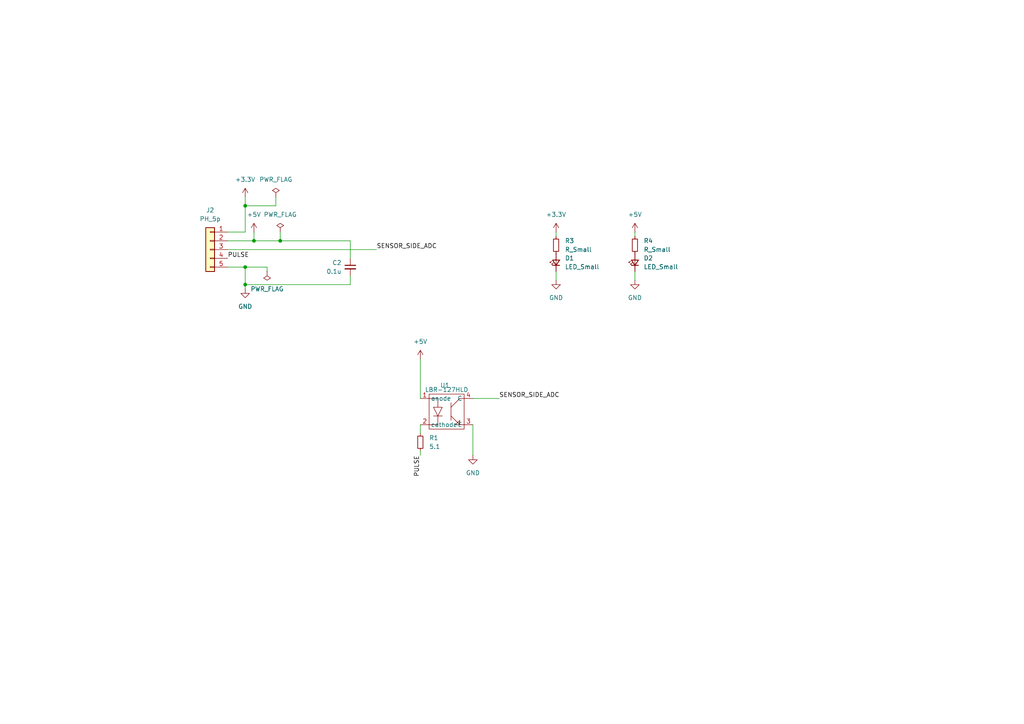
<source format=kicad_sch>
(kicad_sch
	(version 20231120)
	(generator "eeschema")
	(generator_version "8.0")
	(uuid "a42dd4c6-b236-415a-8b71-3f8e0cd98396")
	(paper "A4")
	(lib_symbols
		(symbol "Connector_Generic:Conn_01x05"
			(pin_names
				(offset 1.016) hide)
			(exclude_from_sim no)
			(in_bom yes)
			(on_board yes)
			(property "Reference" "J"
				(at 0 7.62 0)
				(effects
					(font
						(size 1.27 1.27)
					)
				)
			)
			(property "Value" "Conn_01x05"
				(at 0 -7.62 0)
				(effects
					(font
						(size 1.27 1.27)
					)
				)
			)
			(property "Footprint" ""
				(at 0 0 0)
				(effects
					(font
						(size 1.27 1.27)
					)
					(hide yes)
				)
			)
			(property "Datasheet" "~"
				(at 0 0 0)
				(effects
					(font
						(size 1.27 1.27)
					)
					(hide yes)
				)
			)
			(property "Description" "Generic connector, single row, 01x05, script generated (kicad-library-utils/schlib/autogen/connector/)"
				(at 0 0 0)
				(effects
					(font
						(size 1.27 1.27)
					)
					(hide yes)
				)
			)
			(property "ki_keywords" "connector"
				(at 0 0 0)
				(effects
					(font
						(size 1.27 1.27)
					)
					(hide yes)
				)
			)
			(property "ki_fp_filters" "Connector*:*_1x??_*"
				(at 0 0 0)
				(effects
					(font
						(size 1.27 1.27)
					)
					(hide yes)
				)
			)
			(symbol "Conn_01x05_1_1"
				(rectangle
					(start -1.27 -4.953)
					(end 0 -5.207)
					(stroke
						(width 0.1524)
						(type default)
					)
					(fill
						(type none)
					)
				)
				(rectangle
					(start -1.27 -2.413)
					(end 0 -2.667)
					(stroke
						(width 0.1524)
						(type default)
					)
					(fill
						(type none)
					)
				)
				(rectangle
					(start -1.27 0.127)
					(end 0 -0.127)
					(stroke
						(width 0.1524)
						(type default)
					)
					(fill
						(type none)
					)
				)
				(rectangle
					(start -1.27 2.667)
					(end 0 2.413)
					(stroke
						(width 0.1524)
						(type default)
					)
					(fill
						(type none)
					)
				)
				(rectangle
					(start -1.27 5.207)
					(end 0 4.953)
					(stroke
						(width 0.1524)
						(type default)
					)
					(fill
						(type none)
					)
				)
				(rectangle
					(start -1.27 6.35)
					(end 1.27 -6.35)
					(stroke
						(width 0.254)
						(type default)
					)
					(fill
						(type background)
					)
				)
				(pin passive line
					(at -5.08 5.08 0)
					(length 3.81)
					(name "Pin_1"
						(effects
							(font
								(size 1.27 1.27)
							)
						)
					)
					(number "1"
						(effects
							(font
								(size 1.27 1.27)
							)
						)
					)
				)
				(pin passive line
					(at -5.08 2.54 0)
					(length 3.81)
					(name "Pin_2"
						(effects
							(font
								(size 1.27 1.27)
							)
						)
					)
					(number "2"
						(effects
							(font
								(size 1.27 1.27)
							)
						)
					)
				)
				(pin passive line
					(at -5.08 0 0)
					(length 3.81)
					(name "Pin_3"
						(effects
							(font
								(size 1.27 1.27)
							)
						)
					)
					(number "3"
						(effects
							(font
								(size 1.27 1.27)
							)
						)
					)
				)
				(pin passive line
					(at -5.08 -2.54 0)
					(length 3.81)
					(name "Pin_4"
						(effects
							(font
								(size 1.27 1.27)
							)
						)
					)
					(number "4"
						(effects
							(font
								(size 1.27 1.27)
							)
						)
					)
				)
				(pin passive line
					(at -5.08 -5.08 0)
					(length 3.81)
					(name "Pin_5"
						(effects
							(font
								(size 1.27 1.27)
							)
						)
					)
					(number "5"
						(effects
							(font
								(size 1.27 1.27)
							)
						)
					)
				)
			)
		)
		(symbol "Device:C_Small"
			(pin_numbers hide)
			(pin_names
				(offset 0.254) hide)
			(exclude_from_sim no)
			(in_bom yes)
			(on_board yes)
			(property "Reference" "C"
				(at 0.254 1.778 0)
				(effects
					(font
						(size 1.27 1.27)
					)
					(justify left)
				)
			)
			(property "Value" "C_Small"
				(at 0.254 -2.032 0)
				(effects
					(font
						(size 1.27 1.27)
					)
					(justify left)
				)
			)
			(property "Footprint" ""
				(at 0 0 0)
				(effects
					(font
						(size 1.27 1.27)
					)
					(hide yes)
				)
			)
			(property "Datasheet" "~"
				(at 0 0 0)
				(effects
					(font
						(size 1.27 1.27)
					)
					(hide yes)
				)
			)
			(property "Description" "Unpolarized capacitor, small symbol"
				(at 0 0 0)
				(effects
					(font
						(size 1.27 1.27)
					)
					(hide yes)
				)
			)
			(property "ki_keywords" "capacitor cap"
				(at 0 0 0)
				(effects
					(font
						(size 1.27 1.27)
					)
					(hide yes)
				)
			)
			(property "ki_fp_filters" "C_*"
				(at 0 0 0)
				(effects
					(font
						(size 1.27 1.27)
					)
					(hide yes)
				)
			)
			(symbol "C_Small_0_1"
				(polyline
					(pts
						(xy -1.524 -0.508) (xy 1.524 -0.508)
					)
					(stroke
						(width 0.3302)
						(type default)
					)
					(fill
						(type none)
					)
				)
				(polyline
					(pts
						(xy -1.524 0.508) (xy 1.524 0.508)
					)
					(stroke
						(width 0.3048)
						(type default)
					)
					(fill
						(type none)
					)
				)
			)
			(symbol "C_Small_1_1"
				(pin passive line
					(at 0 2.54 270)
					(length 2.032)
					(name "~"
						(effects
							(font
								(size 1.27 1.27)
							)
						)
					)
					(number "1"
						(effects
							(font
								(size 1.27 1.27)
							)
						)
					)
				)
				(pin passive line
					(at 0 -2.54 90)
					(length 2.032)
					(name "~"
						(effects
							(font
								(size 1.27 1.27)
							)
						)
					)
					(number "2"
						(effects
							(font
								(size 1.27 1.27)
							)
						)
					)
				)
			)
		)
		(symbol "Device:LED_Small"
			(pin_numbers hide)
			(pin_names
				(offset 0.254) hide)
			(exclude_from_sim no)
			(in_bom yes)
			(on_board yes)
			(property "Reference" "D"
				(at -1.27 3.175 0)
				(effects
					(font
						(size 1.27 1.27)
					)
					(justify left)
				)
			)
			(property "Value" "LED_Small"
				(at -4.445 -2.54 0)
				(effects
					(font
						(size 1.27 1.27)
					)
					(justify left)
				)
			)
			(property "Footprint" ""
				(at 0 0 90)
				(effects
					(font
						(size 1.27 1.27)
					)
					(hide yes)
				)
			)
			(property "Datasheet" "~"
				(at 0 0 90)
				(effects
					(font
						(size 1.27 1.27)
					)
					(hide yes)
				)
			)
			(property "Description" "Light emitting diode, small symbol"
				(at 0 0 0)
				(effects
					(font
						(size 1.27 1.27)
					)
					(hide yes)
				)
			)
			(property "ki_keywords" "LED diode light-emitting-diode"
				(at 0 0 0)
				(effects
					(font
						(size 1.27 1.27)
					)
					(hide yes)
				)
			)
			(property "ki_fp_filters" "LED* LED_SMD:* LED_THT:*"
				(at 0 0 0)
				(effects
					(font
						(size 1.27 1.27)
					)
					(hide yes)
				)
			)
			(symbol "LED_Small_0_1"
				(polyline
					(pts
						(xy -0.762 -1.016) (xy -0.762 1.016)
					)
					(stroke
						(width 0.254)
						(type default)
					)
					(fill
						(type none)
					)
				)
				(polyline
					(pts
						(xy 1.016 0) (xy -0.762 0)
					)
					(stroke
						(width 0)
						(type default)
					)
					(fill
						(type none)
					)
				)
				(polyline
					(pts
						(xy 0.762 -1.016) (xy -0.762 0) (xy 0.762 1.016) (xy 0.762 -1.016)
					)
					(stroke
						(width 0.254)
						(type default)
					)
					(fill
						(type none)
					)
				)
				(polyline
					(pts
						(xy 0 0.762) (xy -0.508 1.27) (xy -0.254 1.27) (xy -0.508 1.27) (xy -0.508 1.016)
					)
					(stroke
						(width 0)
						(type default)
					)
					(fill
						(type none)
					)
				)
				(polyline
					(pts
						(xy 0.508 1.27) (xy 0 1.778) (xy 0.254 1.778) (xy 0 1.778) (xy 0 1.524)
					)
					(stroke
						(width 0)
						(type default)
					)
					(fill
						(type none)
					)
				)
			)
			(symbol "LED_Small_1_1"
				(pin passive line
					(at -2.54 0 0)
					(length 1.778)
					(name "K"
						(effects
							(font
								(size 1.27 1.27)
							)
						)
					)
					(number "1"
						(effects
							(font
								(size 1.27 1.27)
							)
						)
					)
				)
				(pin passive line
					(at 2.54 0 180)
					(length 1.778)
					(name "A"
						(effects
							(font
								(size 1.27 1.27)
							)
						)
					)
					(number "2"
						(effects
							(font
								(size 1.27 1.27)
							)
						)
					)
				)
			)
		)
		(symbol "Device:R_Small"
			(pin_numbers hide)
			(pin_names
				(offset 0.254) hide)
			(exclude_from_sim no)
			(in_bom yes)
			(on_board yes)
			(property "Reference" "R"
				(at 0.762 0.508 0)
				(effects
					(font
						(size 1.27 1.27)
					)
					(justify left)
				)
			)
			(property "Value" "R_Small"
				(at 0.762 -1.016 0)
				(effects
					(font
						(size 1.27 1.27)
					)
					(justify left)
				)
			)
			(property "Footprint" ""
				(at 0 0 0)
				(effects
					(font
						(size 1.27 1.27)
					)
					(hide yes)
				)
			)
			(property "Datasheet" "~"
				(at 0 0 0)
				(effects
					(font
						(size 1.27 1.27)
					)
					(hide yes)
				)
			)
			(property "Description" "Resistor, small symbol"
				(at 0 0 0)
				(effects
					(font
						(size 1.27 1.27)
					)
					(hide yes)
				)
			)
			(property "ki_keywords" "R resistor"
				(at 0 0 0)
				(effects
					(font
						(size 1.27 1.27)
					)
					(hide yes)
				)
			)
			(property "ki_fp_filters" "R_*"
				(at 0 0 0)
				(effects
					(font
						(size 1.27 1.27)
					)
					(hide yes)
				)
			)
			(symbol "R_Small_0_1"
				(rectangle
					(start -0.762 1.778)
					(end 0.762 -1.778)
					(stroke
						(width 0.2032)
						(type default)
					)
					(fill
						(type none)
					)
				)
			)
			(symbol "R_Small_1_1"
				(pin passive line
					(at 0 2.54 270)
					(length 0.762)
					(name "~"
						(effects
							(font
								(size 1.27 1.27)
							)
						)
					)
					(number "1"
						(effects
							(font
								(size 1.27 1.27)
							)
						)
					)
				)
				(pin passive line
					(at 0 -2.54 90)
					(length 0.762)
					(name "~"
						(effects
							(font
								(size 1.27 1.27)
							)
						)
					)
					(number "2"
						(effects
							(font
								(size 1.27 1.27)
							)
						)
					)
				)
			)
		)
		(symbol "LBR-127HLD_5"
			(exclude_from_sim no)
			(in_bom yes)
			(on_board yes)
			(property "Reference" "U"
				(at 0 7.874 0)
				(effects
					(font
						(size 1.27 1.27)
					)
				)
			)
			(property "Value" "LBR-127HLD"
				(at -0.254 6.096 0)
				(effects
					(font
						(size 1.27 1.27)
					)
				)
			)
			(property "Footprint" ""
				(at -1.27 0 0)
				(effects
					(font
						(size 1.27 1.27)
					)
					(hide yes)
				)
			)
			(property "Datasheet" ""
				(at -1.27 0 0)
				(effects
					(font
						(size 1.27 1.27)
					)
					(hide yes)
				)
			)
			(property "Description" ""
				(at -1.27 0 0)
				(effects
					(font
						(size 1.27 1.27)
					)
					(hide yes)
				)
			)
			(symbol "LBR-127HLD_5_0_1"
				(rectangle
					(start -5.08 5.08)
					(end 5.08 -5.08)
					(stroke
						(width 0)
						(type default)
					)
					(fill
						(type none)
					)
				)
				(polyline
					(pts
						(xy -3.81 -1.27) (xy -1.27 -1.27)
					)
					(stroke
						(width 0)
						(type default)
					)
					(fill
						(type none)
					)
				)
				(polyline
					(pts
						(xy 1.27 -1.27) (xy 3.81 -3.81)
					)
					(stroke
						(width 0)
						(type default)
					)
					(fill
						(type none)
					)
				)
				(polyline
					(pts
						(xy 1.27 1.27) (xy 3.81 3.81)
					)
					(stroke
						(width 0)
						(type default)
					)
					(fill
						(type none)
					)
				)
				(polyline
					(pts
						(xy 1.27 2.54) (xy 1.27 -2.54)
					)
					(stroke
						(width 0)
						(type default)
					)
					(fill
						(type none)
					)
				)
				(polyline
					(pts
						(xy 3.81 -3.81) (xy 5.08 -3.81)
					)
					(stroke
						(width 0)
						(type default)
					)
					(fill
						(type none)
					)
				)
				(polyline
					(pts
						(xy 3.81 3.81) (xy 5.08 3.81)
					)
					(stroke
						(width 0)
						(type default)
					)
					(fill
						(type none)
					)
				)
				(polyline
					(pts
						(xy -2.54 -1.27) (xy -2.54 -3.81) (xy -5.08 -3.81)
					)
					(stroke
						(width 0)
						(type default)
					)
					(fill
						(type none)
					)
				)
				(polyline
					(pts
						(xy -2.54 1.27) (xy -2.54 3.81) (xy -5.08 3.81)
					)
					(stroke
						(width 0)
						(type default)
					)
					(fill
						(type none)
					)
				)
				(polyline
					(pts
						(xy 3.81 -3.81) (xy 3.81 -2.54) (xy 2.54 -3.81) (xy 3.81 -3.81)
					)
					(stroke
						(width 0)
						(type default)
					)
					(fill
						(type none)
					)
				)
				(polyline
					(pts
						(xy -3.81 1.27) (xy -2.54 1.27) (xy -1.27 1.27) (xy -2.54 -1.27) (xy -3.81 1.27)
					)
					(stroke
						(width 0)
						(type default)
					)
					(fill
						(type none)
					)
				)
			)
			(symbol "LBR-127HLD_5_1_1"
				(pin passive line
					(at -7.62 3.81 0)
					(length 2.54)
					(name "anode"
						(effects
							(font
								(size 1.27 1.27)
							)
						)
					)
					(number "1"
						(effects
							(font
								(size 1.27 1.27)
							)
						)
					)
				)
				(pin passive line
					(at -7.62 -3.81 0)
					(length 2.54)
					(name "cathode"
						(effects
							(font
								(size 1.27 1.27)
							)
						)
					)
					(number "2"
						(effects
							(font
								(size 1.27 1.27)
							)
						)
					)
				)
				(pin passive line
					(at 7.62 -3.81 180)
					(length 2.54)
					(name "E"
						(effects
							(font
								(size 1.27 1.27)
							)
						)
					)
					(number "3"
						(effects
							(font
								(size 1.27 1.27)
							)
						)
					)
				)
				(pin passive line
					(at 7.62 3.81 180)
					(length 2.54)
					(name "C"
						(effects
							(font
								(size 1.27 1.27)
							)
						)
					)
					(number "4"
						(effects
							(font
								(size 1.27 1.27)
							)
						)
					)
				)
			)
		)
		(symbol "power:+3.3V"
			(power)
			(pin_numbers hide)
			(pin_names
				(offset 0) hide)
			(exclude_from_sim no)
			(in_bom yes)
			(on_board yes)
			(property "Reference" "#PWR"
				(at 0 -3.81 0)
				(effects
					(font
						(size 1.27 1.27)
					)
					(hide yes)
				)
			)
			(property "Value" "+3.3V"
				(at 0 3.556 0)
				(effects
					(font
						(size 1.27 1.27)
					)
				)
			)
			(property "Footprint" ""
				(at 0 0 0)
				(effects
					(font
						(size 1.27 1.27)
					)
					(hide yes)
				)
			)
			(property "Datasheet" ""
				(at 0 0 0)
				(effects
					(font
						(size 1.27 1.27)
					)
					(hide yes)
				)
			)
			(property "Description" "Power symbol creates a global label with name \"+3.3V\""
				(at 0 0 0)
				(effects
					(font
						(size 1.27 1.27)
					)
					(hide yes)
				)
			)
			(property "ki_keywords" "global power"
				(at 0 0 0)
				(effects
					(font
						(size 1.27 1.27)
					)
					(hide yes)
				)
			)
			(symbol "+3.3V_0_1"
				(polyline
					(pts
						(xy -0.762 1.27) (xy 0 2.54)
					)
					(stroke
						(width 0)
						(type default)
					)
					(fill
						(type none)
					)
				)
				(polyline
					(pts
						(xy 0 0) (xy 0 2.54)
					)
					(stroke
						(width 0)
						(type default)
					)
					(fill
						(type none)
					)
				)
				(polyline
					(pts
						(xy 0 2.54) (xy 0.762 1.27)
					)
					(stroke
						(width 0)
						(type default)
					)
					(fill
						(type none)
					)
				)
			)
			(symbol "+3.3V_1_1"
				(pin power_in line
					(at 0 0 90)
					(length 0)
					(name "~"
						(effects
							(font
								(size 1.27 1.27)
							)
						)
					)
					(number "1"
						(effects
							(font
								(size 1.27 1.27)
							)
						)
					)
				)
			)
		)
		(symbol "power:+5V"
			(power)
			(pin_numbers hide)
			(pin_names
				(offset 0) hide)
			(exclude_from_sim no)
			(in_bom yes)
			(on_board yes)
			(property "Reference" "#PWR"
				(at 0 -3.81 0)
				(effects
					(font
						(size 1.27 1.27)
					)
					(hide yes)
				)
			)
			(property "Value" "+5V"
				(at 0 3.556 0)
				(effects
					(font
						(size 1.27 1.27)
					)
				)
			)
			(property "Footprint" ""
				(at 0 0 0)
				(effects
					(font
						(size 1.27 1.27)
					)
					(hide yes)
				)
			)
			(property "Datasheet" ""
				(at 0 0 0)
				(effects
					(font
						(size 1.27 1.27)
					)
					(hide yes)
				)
			)
			(property "Description" "Power symbol creates a global label with name \"+5V\""
				(at 0 0 0)
				(effects
					(font
						(size 1.27 1.27)
					)
					(hide yes)
				)
			)
			(property "ki_keywords" "global power"
				(at 0 0 0)
				(effects
					(font
						(size 1.27 1.27)
					)
					(hide yes)
				)
			)
			(symbol "+5V_0_1"
				(polyline
					(pts
						(xy -0.762 1.27) (xy 0 2.54)
					)
					(stroke
						(width 0)
						(type default)
					)
					(fill
						(type none)
					)
				)
				(polyline
					(pts
						(xy 0 0) (xy 0 2.54)
					)
					(stroke
						(width 0)
						(type default)
					)
					(fill
						(type none)
					)
				)
				(polyline
					(pts
						(xy 0 2.54) (xy 0.762 1.27)
					)
					(stroke
						(width 0)
						(type default)
					)
					(fill
						(type none)
					)
				)
			)
			(symbol "+5V_1_1"
				(pin power_in line
					(at 0 0 90)
					(length 0)
					(name "~"
						(effects
							(font
								(size 1.27 1.27)
							)
						)
					)
					(number "1"
						(effects
							(font
								(size 1.27 1.27)
							)
						)
					)
				)
			)
		)
		(symbol "power:GND"
			(power)
			(pin_numbers hide)
			(pin_names
				(offset 0) hide)
			(exclude_from_sim no)
			(in_bom yes)
			(on_board yes)
			(property "Reference" "#PWR"
				(at 0 -6.35 0)
				(effects
					(font
						(size 1.27 1.27)
					)
					(hide yes)
				)
			)
			(property "Value" "GND"
				(at 0 -3.81 0)
				(effects
					(font
						(size 1.27 1.27)
					)
				)
			)
			(property "Footprint" ""
				(at 0 0 0)
				(effects
					(font
						(size 1.27 1.27)
					)
					(hide yes)
				)
			)
			(property "Datasheet" ""
				(at 0 0 0)
				(effects
					(font
						(size 1.27 1.27)
					)
					(hide yes)
				)
			)
			(property "Description" "Power symbol creates a global label with name \"GND\" , ground"
				(at 0 0 0)
				(effects
					(font
						(size 1.27 1.27)
					)
					(hide yes)
				)
			)
			(property "ki_keywords" "global power"
				(at 0 0 0)
				(effects
					(font
						(size 1.27 1.27)
					)
					(hide yes)
				)
			)
			(symbol "GND_0_1"
				(polyline
					(pts
						(xy 0 0) (xy 0 -1.27) (xy 1.27 -1.27) (xy 0 -2.54) (xy -1.27 -1.27) (xy 0 -1.27)
					)
					(stroke
						(width 0)
						(type default)
					)
					(fill
						(type none)
					)
				)
			)
			(symbol "GND_1_1"
				(pin power_in line
					(at 0 0 270)
					(length 0)
					(name "~"
						(effects
							(font
								(size 1.27 1.27)
							)
						)
					)
					(number "1"
						(effects
							(font
								(size 1.27 1.27)
							)
						)
					)
				)
			)
		)
		(symbol "power:PWR_FLAG"
			(power)
			(pin_numbers hide)
			(pin_names
				(offset 0) hide)
			(exclude_from_sim no)
			(in_bom yes)
			(on_board yes)
			(property "Reference" "#FLG"
				(at 0 1.905 0)
				(effects
					(font
						(size 1.27 1.27)
					)
					(hide yes)
				)
			)
			(property "Value" "PWR_FLAG"
				(at 0 3.81 0)
				(effects
					(font
						(size 1.27 1.27)
					)
				)
			)
			(property "Footprint" ""
				(at 0 0 0)
				(effects
					(font
						(size 1.27 1.27)
					)
					(hide yes)
				)
			)
			(property "Datasheet" "~"
				(at 0 0 0)
				(effects
					(font
						(size 1.27 1.27)
					)
					(hide yes)
				)
			)
			(property "Description" "Special symbol for telling ERC where power comes from"
				(at 0 0 0)
				(effects
					(font
						(size 1.27 1.27)
					)
					(hide yes)
				)
			)
			(property "ki_keywords" "flag power"
				(at 0 0 0)
				(effects
					(font
						(size 1.27 1.27)
					)
					(hide yes)
				)
			)
			(symbol "PWR_FLAG_0_0"
				(pin power_out line
					(at 0 0 90)
					(length 0)
					(name "~"
						(effects
							(font
								(size 1.27 1.27)
							)
						)
					)
					(number "1"
						(effects
							(font
								(size 1.27 1.27)
							)
						)
					)
				)
			)
			(symbol "PWR_FLAG_0_1"
				(polyline
					(pts
						(xy 0 0) (xy 0 1.27) (xy -1.016 1.905) (xy 0 2.54) (xy 1.016 1.905) (xy 0 1.27)
					)
					(stroke
						(width 0)
						(type default)
					)
					(fill
						(type none)
					)
				)
			)
		)
	)
	(junction
		(at 71.12 82.55)
		(diameter 0)
		(color 0 0 0 0)
		(uuid "88c5792d-224b-4405-a197-0265df017939")
	)
	(junction
		(at 71.12 59.69)
		(diameter 0)
		(color 0 0 0 0)
		(uuid "95101dbc-bc38-4c85-b485-68c29cefc109")
	)
	(junction
		(at 73.66 69.85)
		(diameter 0)
		(color 0 0 0 0)
		(uuid "a06eafbb-3cbf-49ec-9431-b02773d39c1d")
	)
	(junction
		(at 81.28 69.85)
		(diameter 0)
		(color 0 0 0 0)
		(uuid "b5ede566-f9c0-48f6-9376-84a7c59158b4")
	)
	(junction
		(at 71.12 77.47)
		(diameter 0)
		(color 0 0 0 0)
		(uuid "ca004551-8e83-4715-82be-4a6c32819abf")
	)
	(wire
		(pts
			(xy 66.04 69.85) (xy 73.66 69.85)
		)
		(stroke
			(width 0)
			(type default)
		)
		(uuid "033d16cf-0408-4245-80a8-92af8e3901f6")
	)
	(wire
		(pts
			(xy 71.12 59.69) (xy 71.12 67.31)
		)
		(stroke
			(width 0)
			(type default)
		)
		(uuid "05b4d68e-c2fb-48b9-b619-fb1434462919")
	)
	(wire
		(pts
			(xy 66.04 77.47) (xy 71.12 77.47)
		)
		(stroke
			(width 0)
			(type default)
		)
		(uuid "0bcbd44d-8f03-4897-ad1f-f984500f3653")
	)
	(wire
		(pts
			(xy 71.12 57.15) (xy 71.12 59.69)
		)
		(stroke
			(width 0)
			(type default)
		)
		(uuid "0f115afd-d4e9-4354-b879-c6c57c2f78aa")
	)
	(wire
		(pts
			(xy 71.12 67.31) (xy 66.04 67.31)
		)
		(stroke
			(width 0)
			(type default)
		)
		(uuid "1b32fd76-d9d5-4973-beb9-d41ec43208bd")
	)
	(wire
		(pts
			(xy 73.66 67.31) (xy 73.66 69.85)
		)
		(stroke
			(width 0)
			(type default)
		)
		(uuid "23bfe76d-ef22-43ed-9fe1-bc44bc5f11d2")
	)
	(wire
		(pts
			(xy 101.6 80.01) (xy 101.6 82.55)
		)
		(stroke
			(width 0)
			(type default)
		)
		(uuid "250eedd3-a888-4e39-bdef-d7d511cff378")
	)
	(wire
		(pts
			(xy 77.47 78.74) (xy 77.47 77.47)
		)
		(stroke
			(width 0)
			(type default)
		)
		(uuid "295cb71c-21fb-4000-b57e-a8d9aea73188")
	)
	(wire
		(pts
			(xy 71.12 82.55) (xy 71.12 83.82)
		)
		(stroke
			(width 0)
			(type default)
		)
		(uuid "347cd103-8d27-4ae1-beea-f0a94d145852")
	)
	(wire
		(pts
			(xy 80.01 57.15) (xy 80.01 59.69)
		)
		(stroke
			(width 0)
			(type default)
		)
		(uuid "3f3ff37e-9dbe-4e2b-9e06-f196e0cb24b4")
	)
	(wire
		(pts
			(xy 161.29 78.74) (xy 161.29 81.28)
		)
		(stroke
			(width 0)
			(type default)
		)
		(uuid "41c3562b-825d-4b51-a9d2-7e9f95c440f6")
	)
	(wire
		(pts
			(xy 80.01 59.69) (xy 71.12 59.69)
		)
		(stroke
			(width 0)
			(type default)
		)
		(uuid "4561011b-a1d1-4a72-b706-73fcd0ca3439")
	)
	(wire
		(pts
			(xy 121.92 132.08) (xy 121.92 130.81)
		)
		(stroke
			(width 0)
			(type default)
		)
		(uuid "47ce9fde-4fbe-40d3-abff-e6b3c322a60c")
	)
	(wire
		(pts
			(xy 101.6 74.93) (xy 101.6 69.85)
		)
		(stroke
			(width 0)
			(type default)
		)
		(uuid "48aaa484-2be2-490c-99dc-50359166ee0e")
	)
	(wire
		(pts
			(xy 71.12 82.55) (xy 101.6 82.55)
		)
		(stroke
			(width 0)
			(type default)
		)
		(uuid "661d46e8-37e7-4cc3-be30-7c4c88f61c9a")
	)
	(wire
		(pts
			(xy 101.6 69.85) (xy 81.28 69.85)
		)
		(stroke
			(width 0)
			(type default)
		)
		(uuid "662341f1-ef55-46a0-a24d-7b95a7ad339f")
	)
	(wire
		(pts
			(xy 71.12 77.47) (xy 71.12 82.55)
		)
		(stroke
			(width 0)
			(type default)
		)
		(uuid "66b3c377-e06c-4681-9b80-89753985ddcc")
	)
	(wire
		(pts
			(xy 184.15 78.74) (xy 184.15 81.28)
		)
		(stroke
			(width 0)
			(type default)
		)
		(uuid "69a1e03e-c792-4626-961c-4adf928e503e")
	)
	(wire
		(pts
			(xy 161.29 67.31) (xy 161.29 68.58)
		)
		(stroke
			(width 0)
			(type default)
		)
		(uuid "69a736a4-a60c-44b6-bcf5-bb01be81dca4")
	)
	(wire
		(pts
			(xy 121.92 123.19) (xy 121.92 125.73)
		)
		(stroke
			(width 0)
			(type default)
		)
		(uuid "758cde2e-512c-446a-93df-6339a79dd9e0")
	)
	(wire
		(pts
			(xy 137.16 123.19) (xy 137.16 132.08)
		)
		(stroke
			(width 0)
			(type default)
		)
		(uuid "7bdd51ae-61b8-484f-b93b-2bb4c3d28c91")
	)
	(wire
		(pts
			(xy 66.04 72.39) (xy 109.22 72.39)
		)
		(stroke
			(width 0)
			(type default)
		)
		(uuid "a2900a0b-e067-4fd2-a7c6-00ba50299f1c")
	)
	(wire
		(pts
			(xy 81.28 67.31) (xy 81.28 69.85)
		)
		(stroke
			(width 0)
			(type default)
		)
		(uuid "afc8df23-00c6-4c1c-be07-fcff1b810a0e")
	)
	(wire
		(pts
			(xy 77.47 77.47) (xy 71.12 77.47)
		)
		(stroke
			(width 0)
			(type default)
		)
		(uuid "bd551c4f-fe9b-40a7-8722-55911cbe50fd")
	)
	(wire
		(pts
			(xy 137.16 115.57) (xy 144.78 115.57)
		)
		(stroke
			(width 0)
			(type default)
		)
		(uuid "e11eaf55-79f0-40b6-b84d-de09605b1667")
	)
	(wire
		(pts
			(xy 81.28 69.85) (xy 73.66 69.85)
		)
		(stroke
			(width 0)
			(type default)
		)
		(uuid "e758e458-6146-444c-8709-69645079d594")
	)
	(wire
		(pts
			(xy 121.92 104.14) (xy 121.92 115.57)
		)
		(stroke
			(width 0)
			(type default)
		)
		(uuid "f28841b6-fcaa-43db-9706-453ca72c3cb6")
	)
	(wire
		(pts
			(xy 184.15 67.31) (xy 184.15 68.58)
		)
		(stroke
			(width 0)
			(type default)
		)
		(uuid "f2a54406-c905-4b95-8e80-55e24019e9ca")
	)
	(label "PULSE"
		(at 121.92 132.08 270)
		(fields_autoplaced yes)
		(effects
			(font
				(size 1.27 1.27)
			)
			(justify right bottom)
		)
		(uuid "97b3703e-e536-4499-a5f0-0061513c3933")
	)
	(label "SENSOR_SIDE_ADC"
		(at 109.22 72.39 0)
		(fields_autoplaced yes)
		(effects
			(font
				(size 1.27 1.27)
			)
			(justify left bottom)
		)
		(uuid "b5c6ea4d-68c9-4315-9fc7-688d4a2774da")
	)
	(label "SENSOR_SIDE_ADC"
		(at 144.78 115.57 0)
		(fields_autoplaced yes)
		(effects
			(font
				(size 1.27 1.27)
			)
			(justify left bottom)
		)
		(uuid "bb859f28-d850-49dd-83e7-603fda240e43")
	)
	(label "PULSE"
		(at 66.04 74.93 0)
		(fields_autoplaced yes)
		(effects
			(font
				(size 1.27 1.27)
			)
			(justify left bottom)
		)
		(uuid "c838f811-4578-41de-92a5-24b45a576afd")
	)
	(symbol
		(lib_name "LBR-127HLD_5")
		(lib_id "mylib:LBR-127HLD")
		(at 129.54 119.38 0)
		(unit 1)
		(exclude_from_sim no)
		(in_bom yes)
		(on_board yes)
		(dnp no)
		(uuid "09b002cb-fee5-4b7a-b0e6-07eada7d1b86")
		(property "Reference" "U1"
			(at 129.032 111.76 0)
			(effects
				(font
					(size 1.27 1.27)
				)
			)
		)
		(property "Value" "LBR-127HLD"
			(at 129.54 113.03 0)
			(effects
				(font
					(size 1.27 1.27)
				)
			)
		)
		(property "Footprint" "mylib:LBR-127HLD"
			(at 128.27 119.38 0)
			(effects
				(font
					(size 1.27 1.27)
				)
				(hide yes)
			)
		)
		(property "Datasheet" ""
			(at 128.27 119.38 0)
			(effects
				(font
					(size 1.27 1.27)
				)
				(hide yes)
			)
		)
		(property "Description" ""
			(at 128.27 119.38 0)
			(effects
				(font
					(size 1.27 1.27)
				)
				(hide yes)
			)
		)
		(pin "3"
			(uuid "7375ea41-d683-4479-b0be-76c8c9e22f3b")
		)
		(pin "4"
			(uuid "b61eab3f-185d-413b-87e6-fd16e71ddd63")
		)
		(pin "1"
			(uuid "2e2d7a18-fa9d-4afe-a2e4-a82f40bf3af2")
		)
		(pin "2"
			(uuid "a0fce316-cfe3-44e2-a02e-21c61d57fa2f")
		)
		(instances
			(project "side_sensor"
				(path "/a42dd4c6-b236-415a-8b71-3f8e0cd98396"
					(reference "U1")
					(unit 1)
				)
			)
		)
	)
	(symbol
		(lib_id "power:GND")
		(at 161.29 81.28 0)
		(mirror y)
		(unit 1)
		(exclude_from_sim no)
		(in_bom yes)
		(on_board yes)
		(dnp no)
		(uuid "2dd4ff7e-79e4-45b7-9c2c-27ded19f2d96")
		(property "Reference" "#PWR09"
			(at 161.29 87.63 0)
			(effects
				(font
					(size 1.27 1.27)
				)
				(hide yes)
			)
		)
		(property "Value" "GND"
			(at 161.29 86.36 0)
			(effects
				(font
					(size 1.27 1.27)
				)
			)
		)
		(property "Footprint" ""
			(at 161.29 81.28 0)
			(effects
				(font
					(size 1.27 1.27)
				)
				(hide yes)
			)
		)
		(property "Datasheet" ""
			(at 161.29 81.28 0)
			(effects
				(font
					(size 1.27 1.27)
				)
				(hide yes)
			)
		)
		(property "Description" "Power symbol creates a global label with name \"GND\" , ground"
			(at 161.29 81.28 0)
			(effects
				(font
					(size 1.27 1.27)
				)
				(hide yes)
			)
		)
		(pin "1"
			(uuid "7870b339-822f-4dd6-8ce6-6d5aeb503eb6")
		)
		(instances
			(project "side_sensor"
				(path "/a42dd4c6-b236-415a-8b71-3f8e0cd98396"
					(reference "#PWR09")
					(unit 1)
				)
			)
		)
	)
	(symbol
		(lib_id "Device:LED_Small")
		(at 161.29 76.2 90)
		(unit 1)
		(exclude_from_sim no)
		(in_bom yes)
		(on_board yes)
		(dnp no)
		(fields_autoplaced yes)
		(uuid "3c28d99d-beaf-46aa-8f4e-6c7916186a13")
		(property "Reference" "D1"
			(at 163.83 74.8664 90)
			(effects
				(font
					(size 1.27 1.27)
				)
				(justify right)
			)
		)
		(property "Value" "LED_Small"
			(at 163.83 77.4064 90)
			(effects
				(font
					(size 1.27 1.27)
				)
				(justify right)
			)
		)
		(property "Footprint" "LED_SMD:LED_0603_1608Metric_Pad1.05x0.95mm_HandSolder"
			(at 161.29 76.2 90)
			(effects
				(font
					(size 1.27 1.27)
				)
				(hide yes)
			)
		)
		(property "Datasheet" "~"
			(at 161.29 76.2 90)
			(effects
				(font
					(size 1.27 1.27)
				)
				(hide yes)
			)
		)
		(property "Description" "Light emitting diode, small symbol"
			(at 161.29 76.2 0)
			(effects
				(font
					(size 1.27 1.27)
				)
				(hide yes)
			)
		)
		(pin "1"
			(uuid "c1a936ad-4d72-495f-946b-4ac1ab1d978b")
		)
		(pin "2"
			(uuid "9544e535-1e74-48d4-8967-ddb4a91ed4c7")
		)
		(instances
			(project "side_sensor"
				(path "/a42dd4c6-b236-415a-8b71-3f8e0cd98396"
					(reference "D1")
					(unit 1)
				)
			)
		)
	)
	(symbol
		(lib_id "power:+5V")
		(at 73.66 67.31 0)
		(unit 1)
		(exclude_from_sim no)
		(in_bom yes)
		(on_board yes)
		(dnp no)
		(fields_autoplaced yes)
		(uuid "3e16868d-a4de-4d60-8879-308e3a776a42")
		(property "Reference" "#PWR03"
			(at 73.66 71.12 0)
			(effects
				(font
					(size 1.27 1.27)
				)
				(hide yes)
			)
		)
		(property "Value" "+5V"
			(at 73.66 62.23 0)
			(effects
				(font
					(size 1.27 1.27)
				)
			)
		)
		(property "Footprint" ""
			(at 73.66 67.31 0)
			(effects
				(font
					(size 1.27 1.27)
				)
				(hide yes)
			)
		)
		(property "Datasheet" ""
			(at 73.66 67.31 0)
			(effects
				(font
					(size 1.27 1.27)
				)
				(hide yes)
			)
		)
		(property "Description" "Power symbol creates a global label with name \"+5V\""
			(at 73.66 67.31 0)
			(effects
				(font
					(size 1.27 1.27)
				)
				(hide yes)
			)
		)
		(pin "1"
			(uuid "9a37a2e5-9bbb-4581-b384-5abba13752a9")
		)
		(instances
			(project "side_sensor"
				(path "/a42dd4c6-b236-415a-8b71-3f8e0cd98396"
					(reference "#PWR03")
					(unit 1)
				)
			)
		)
	)
	(symbol
		(lib_id "power:+5V")
		(at 184.15 67.31 0)
		(unit 1)
		(exclude_from_sim no)
		(in_bom yes)
		(on_board yes)
		(dnp no)
		(fields_autoplaced yes)
		(uuid "513019f7-c7e6-4317-9e2e-896a9f2ded63")
		(property "Reference" "#PWR010"
			(at 184.15 71.12 0)
			(effects
				(font
					(size 1.27 1.27)
				)
				(hide yes)
			)
		)
		(property "Value" "+5V"
			(at 184.15 62.23 0)
			(effects
				(font
					(size 1.27 1.27)
				)
			)
		)
		(property "Footprint" ""
			(at 184.15 67.31 0)
			(effects
				(font
					(size 1.27 1.27)
				)
				(hide yes)
			)
		)
		(property "Datasheet" ""
			(at 184.15 67.31 0)
			(effects
				(font
					(size 1.27 1.27)
				)
				(hide yes)
			)
		)
		(property "Description" "Power symbol creates a global label with name \"+5V\""
			(at 184.15 67.31 0)
			(effects
				(font
					(size 1.27 1.27)
				)
				(hide yes)
			)
		)
		(pin "1"
			(uuid "677e1282-07dc-44a8-aa49-1634cc2dc8cf")
		)
		(instances
			(project "side_sensor"
				(path "/a42dd4c6-b236-415a-8b71-3f8e0cd98396"
					(reference "#PWR010")
					(unit 1)
				)
			)
		)
	)
	(symbol
		(lib_id "Device:C_Small")
		(at 101.6 77.47 0)
		(mirror y)
		(unit 1)
		(exclude_from_sim no)
		(in_bom yes)
		(on_board yes)
		(dnp no)
		(fields_autoplaced yes)
		(uuid "56710952-e620-4bf1-a3a9-2a10c8162216")
		(property "Reference" "C2"
			(at 99.06 76.2062 0)
			(effects
				(font
					(size 1.27 1.27)
				)
				(justify left)
			)
		)
		(property "Value" "0.1u"
			(at 99.06 78.7462 0)
			(effects
				(font
					(size 1.27 1.27)
				)
				(justify left)
			)
		)
		(property "Footprint" "Capacitor_SMD:C_0603_1608Metric_Pad1.08x0.95mm_HandSolder"
			(at 101.6 77.47 0)
			(effects
				(font
					(size 1.27 1.27)
				)
				(hide yes)
			)
		)
		(property "Datasheet" "~"
			(at 101.6 77.47 0)
			(effects
				(font
					(size 1.27 1.27)
				)
				(hide yes)
			)
		)
		(property "Description" "Unpolarized capacitor, small symbol"
			(at 101.6 77.47 0)
			(effects
				(font
					(size 1.27 1.27)
				)
				(hide yes)
			)
		)
		(pin "2"
			(uuid "9b0a788c-9ba5-4f06-ad00-d7a867a0023d")
		)
		(pin "1"
			(uuid "6677fdf1-af3c-4c87-a594-4787102fbf3f")
		)
		(instances
			(project "side_sensor"
				(path "/a42dd4c6-b236-415a-8b71-3f8e0cd98396"
					(reference "C2")
					(unit 1)
				)
			)
		)
	)
	(symbol
		(lib_id "power:PWR_FLAG")
		(at 77.47 78.74 180)
		(unit 1)
		(exclude_from_sim no)
		(in_bom yes)
		(on_board yes)
		(dnp no)
		(fields_autoplaced yes)
		(uuid "5c8921ce-2446-4a13-a744-7fb52eb98cb6")
		(property "Reference" "#FLG01"
			(at 77.47 80.645 0)
			(effects
				(font
					(size 1.27 1.27)
				)
				(hide yes)
			)
		)
		(property "Value" "PWR_FLAG"
			(at 77.47 83.82 0)
			(effects
				(font
					(size 1.27 1.27)
				)
			)
		)
		(property "Footprint" ""
			(at 77.47 78.74 0)
			(effects
				(font
					(size 1.27 1.27)
				)
				(hide yes)
			)
		)
		(property "Datasheet" "~"
			(at 77.47 78.74 0)
			(effects
				(font
					(size 1.27 1.27)
				)
				(hide yes)
			)
		)
		(property "Description" "Special symbol for telling ERC where power comes from"
			(at 77.47 78.74 0)
			(effects
				(font
					(size 1.27 1.27)
				)
				(hide yes)
			)
		)
		(pin "1"
			(uuid "5585ce20-757a-4139-bbf6-1a420f270291")
		)
		(instances
			(project "side_sensor"
				(path "/a42dd4c6-b236-415a-8b71-3f8e0cd98396"
					(reference "#FLG01")
					(unit 1)
				)
			)
		)
	)
	(symbol
		(lib_id "power:+5V")
		(at 121.92 104.14 0)
		(unit 1)
		(exclude_from_sim no)
		(in_bom yes)
		(on_board yes)
		(dnp no)
		(fields_autoplaced yes)
		(uuid "72428ec7-6fbb-4b96-ac9f-14ea34bce3c6")
		(property "Reference" "#PWR04"
			(at 121.92 107.95 0)
			(effects
				(font
					(size 1.27 1.27)
				)
				(hide yes)
			)
		)
		(property "Value" "+5V"
			(at 121.92 99.06 0)
			(effects
				(font
					(size 1.27 1.27)
				)
			)
		)
		(property "Footprint" ""
			(at 121.92 104.14 0)
			(effects
				(font
					(size 1.27 1.27)
				)
				(hide yes)
			)
		)
		(property "Datasheet" ""
			(at 121.92 104.14 0)
			(effects
				(font
					(size 1.27 1.27)
				)
				(hide yes)
			)
		)
		(property "Description" "Power symbol creates a global label with name \"+5V\""
			(at 121.92 104.14 0)
			(effects
				(font
					(size 1.27 1.27)
				)
				(hide yes)
			)
		)
		(pin "1"
			(uuid "6a57014a-2a2e-4f91-adb7-45ce29d209ea")
		)
		(instances
			(project "side_sensor"
				(path "/a42dd4c6-b236-415a-8b71-3f8e0cd98396"
					(reference "#PWR04")
					(unit 1)
				)
			)
		)
	)
	(symbol
		(lib_id "Device:R_Small")
		(at 121.92 128.27 0)
		(unit 1)
		(exclude_from_sim no)
		(in_bom yes)
		(on_board yes)
		(dnp no)
		(fields_autoplaced yes)
		(uuid "72b47224-61b9-455e-a0ae-89f7a62e7418")
		(property "Reference" "R1"
			(at 124.46 126.9999 0)
			(effects
				(font
					(size 1.27 1.27)
				)
				(justify left)
			)
		)
		(property "Value" "5.1"
			(at 124.46 129.5399 0)
			(effects
				(font
					(size 1.27 1.27)
				)
				(justify left)
			)
		)
		(property "Footprint" "Resistor_SMD:R_0603_1608Metric_Pad0.98x0.95mm_HandSolder"
			(at 121.92 128.27 0)
			(effects
				(font
					(size 1.27 1.27)
				)
				(hide yes)
			)
		)
		(property "Datasheet" "~"
			(at 121.92 128.27 0)
			(effects
				(font
					(size 1.27 1.27)
				)
				(hide yes)
			)
		)
		(property "Description" "Resistor, small symbol"
			(at 121.92 128.27 0)
			(effects
				(font
					(size 1.27 1.27)
				)
				(hide yes)
			)
		)
		(pin "2"
			(uuid "f9358c5a-4739-456e-b8d5-2fb4fc3e8318")
		)
		(pin "1"
			(uuid "f493620f-e245-48cb-b554-4387ca21542c")
		)
		(instances
			(project "side_sensor"
				(path "/a42dd4c6-b236-415a-8b71-3f8e0cd98396"
					(reference "R1")
					(unit 1)
				)
			)
		)
	)
	(symbol
		(lib_id "power:+3.3V")
		(at 71.12 57.15 0)
		(unit 1)
		(exclude_from_sim no)
		(in_bom yes)
		(on_board yes)
		(dnp no)
		(fields_autoplaced yes)
		(uuid "7cde05bb-5e42-435f-82e4-cf2ddb34fffd")
		(property "Reference" "#PWR01"
			(at 71.12 60.96 0)
			(effects
				(font
					(size 1.27 1.27)
				)
				(hide yes)
			)
		)
		(property "Value" "+3.3V"
			(at 71.12 52.07 0)
			(effects
				(font
					(size 1.27 1.27)
				)
			)
		)
		(property "Footprint" ""
			(at 71.12 57.15 0)
			(effects
				(font
					(size 1.27 1.27)
				)
				(hide yes)
			)
		)
		(property "Datasheet" ""
			(at 71.12 57.15 0)
			(effects
				(font
					(size 1.27 1.27)
				)
				(hide yes)
			)
		)
		(property "Description" "Power symbol creates a global label with name \"+3.3V\""
			(at 71.12 57.15 0)
			(effects
				(font
					(size 1.27 1.27)
				)
				(hide yes)
			)
		)
		(pin "1"
			(uuid "bb0a8c29-ae1d-429c-8393-f0206e85901a")
		)
		(instances
			(project "side_sensor"
				(path "/a42dd4c6-b236-415a-8b71-3f8e0cd98396"
					(reference "#PWR01")
					(unit 1)
				)
			)
		)
	)
	(symbol
		(lib_id "Device:LED_Small")
		(at 184.15 76.2 90)
		(unit 1)
		(exclude_from_sim no)
		(in_bom yes)
		(on_board yes)
		(dnp no)
		(fields_autoplaced yes)
		(uuid "96f8958a-bf88-4861-aa6c-4f6cddca28b7")
		(property "Reference" "D2"
			(at 186.69 74.8664 90)
			(effects
				(font
					(size 1.27 1.27)
				)
				(justify right)
			)
		)
		(property "Value" "LED_Small"
			(at 186.69 77.4064 90)
			(effects
				(font
					(size 1.27 1.27)
				)
				(justify right)
			)
		)
		(property "Footprint" "LED_SMD:LED_0603_1608Metric_Pad1.05x0.95mm_HandSolder"
			(at 184.15 76.2 90)
			(effects
				(font
					(size 1.27 1.27)
				)
				(hide yes)
			)
		)
		(property "Datasheet" "~"
			(at 184.15 76.2 90)
			(effects
				(font
					(size 1.27 1.27)
				)
				(hide yes)
			)
		)
		(property "Description" "Light emitting diode, small symbol"
			(at 184.15 76.2 0)
			(effects
				(font
					(size 1.27 1.27)
				)
				(hide yes)
			)
		)
		(pin "1"
			(uuid "6478260a-3b19-4eb2-9404-a3dce521c416")
		)
		(pin "2"
			(uuid "f4820853-0bad-4438-80fb-246f80e319ec")
		)
		(instances
			(project "side_sensor"
				(path "/a42dd4c6-b236-415a-8b71-3f8e0cd98396"
					(reference "D2")
					(unit 1)
				)
			)
		)
	)
	(symbol
		(lib_id "power:PWR_FLAG")
		(at 80.01 57.15 0)
		(unit 1)
		(exclude_from_sim no)
		(in_bom yes)
		(on_board yes)
		(dnp no)
		(fields_autoplaced yes)
		(uuid "ac4aa982-cf89-472d-9638-799c1447fec1")
		(property "Reference" "#FLG02"
			(at 80.01 55.245 0)
			(effects
				(font
					(size 1.27 1.27)
				)
				(hide yes)
			)
		)
		(property "Value" "PWR_FLAG"
			(at 80.01 52.07 0)
			(effects
				(font
					(size 1.27 1.27)
				)
			)
		)
		(property "Footprint" ""
			(at 80.01 57.15 0)
			(effects
				(font
					(size 1.27 1.27)
				)
				(hide yes)
			)
		)
		(property "Datasheet" "~"
			(at 80.01 57.15 0)
			(effects
				(font
					(size 1.27 1.27)
				)
				(hide yes)
			)
		)
		(property "Description" "Special symbol for telling ERC where power comes from"
			(at 80.01 57.15 0)
			(effects
				(font
					(size 1.27 1.27)
				)
				(hide yes)
			)
		)
		(pin "1"
			(uuid "7ccb9460-59df-4f7c-8999-90fea8b33984")
		)
		(instances
			(project "side_sensor"
				(path "/a42dd4c6-b236-415a-8b71-3f8e0cd98396"
					(reference "#FLG02")
					(unit 1)
				)
			)
		)
	)
	(symbol
		(lib_id "power:GND")
		(at 184.15 81.28 0)
		(mirror y)
		(unit 1)
		(exclude_from_sim no)
		(in_bom yes)
		(on_board yes)
		(dnp no)
		(uuid "bb90c5a0-0466-4736-b23c-719842588460")
		(property "Reference" "#PWR011"
			(at 184.15 87.63 0)
			(effects
				(font
					(size 1.27 1.27)
				)
				(hide yes)
			)
		)
		(property "Value" "GND"
			(at 184.15 86.36 0)
			(effects
				(font
					(size 1.27 1.27)
				)
			)
		)
		(property "Footprint" ""
			(at 184.15 81.28 0)
			(effects
				(font
					(size 1.27 1.27)
				)
				(hide yes)
			)
		)
		(property "Datasheet" ""
			(at 184.15 81.28 0)
			(effects
				(font
					(size 1.27 1.27)
				)
				(hide yes)
			)
		)
		(property "Description" "Power symbol creates a global label with name \"GND\" , ground"
			(at 184.15 81.28 0)
			(effects
				(font
					(size 1.27 1.27)
				)
				(hide yes)
			)
		)
		(pin "1"
			(uuid "2d676dd7-d0ac-4abf-bad4-cab88edc0122")
		)
		(instances
			(project "side_sensor"
				(path "/a42dd4c6-b236-415a-8b71-3f8e0cd98396"
					(reference "#PWR011")
					(unit 1)
				)
			)
		)
	)
	(symbol
		(lib_id "Connector_Generic:Conn_01x05")
		(at 60.96 72.39 0)
		(mirror y)
		(unit 1)
		(exclude_from_sim no)
		(in_bom yes)
		(on_board yes)
		(dnp no)
		(uuid "be537913-4e51-4e02-b6a5-394bfbe0f8db")
		(property "Reference" "J2"
			(at 60.96 60.96 0)
			(effects
				(font
					(size 1.27 1.27)
				)
			)
		)
		(property "Value" "PH_5p"
			(at 60.96 63.5 0)
			(effects
				(font
					(size 1.27 1.27)
				)
			)
		)
		(property "Footprint" "Connector_JST:JST_PH_B5B-PH-K_1x05_P2.00mm_Vertical"
			(at 60.96 72.39 0)
			(effects
				(font
					(size 1.27 1.27)
				)
				(hide yes)
			)
		)
		(property "Datasheet" "~"
			(at 60.96 72.39 0)
			(effects
				(font
					(size 1.27 1.27)
				)
				(hide yes)
			)
		)
		(property "Description" "Generic connector, single row, 01x05, script generated (kicad-library-utils/schlib/autogen/connector/)"
			(at 60.96 72.39 0)
			(effects
				(font
					(size 1.27 1.27)
				)
				(hide yes)
			)
		)
		(pin "2"
			(uuid "08088ce8-6931-46c4-aeea-983c043c0f30")
		)
		(pin "1"
			(uuid "bb275935-2da5-4220-8a54-3eaea365d234")
		)
		(pin "5"
			(uuid "58551da5-3e5c-4bf3-948b-017cce8c038f")
		)
		(pin "4"
			(uuid "8d400700-38c2-4ac9-aeff-01cebbd133b6")
		)
		(pin "3"
			(uuid "c7cabac5-6728-4a98-879e-ac695cc53718")
		)
		(instances
			(project "side_sensor"
				(path "/a42dd4c6-b236-415a-8b71-3f8e0cd98396"
					(reference "J2")
					(unit 1)
				)
			)
		)
	)
	(symbol
		(lib_id "Device:R_Small")
		(at 184.15 71.12 0)
		(unit 1)
		(exclude_from_sim no)
		(in_bom yes)
		(on_board yes)
		(dnp no)
		(fields_autoplaced yes)
		(uuid "d9ae056b-4d5a-4ed0-a367-5a627257806b")
		(property "Reference" "R4"
			(at 186.69 69.8499 0)
			(effects
				(font
					(size 1.27 1.27)
				)
				(justify left)
			)
		)
		(property "Value" "R_Small"
			(at 186.69 72.3899 0)
			(effects
				(font
					(size 1.27 1.27)
				)
				(justify left)
			)
		)
		(property "Footprint" "Resistor_SMD:R_0603_1608Metric_Pad0.98x0.95mm_HandSolder"
			(at 184.15 71.12 0)
			(effects
				(font
					(size 1.27 1.27)
				)
				(hide yes)
			)
		)
		(property "Datasheet" "~"
			(at 184.15 71.12 0)
			(effects
				(font
					(size 1.27 1.27)
				)
				(hide yes)
			)
		)
		(property "Description" "Resistor, small symbol"
			(at 184.15 71.12 0)
			(effects
				(font
					(size 1.27 1.27)
				)
				(hide yes)
			)
		)
		(pin "1"
			(uuid "8f966211-78d9-4c1e-8b1b-d53e352f77d6")
		)
		(pin "2"
			(uuid "412f8764-59aa-4c7c-86ac-e2e9afc7f4c5")
		)
		(instances
			(project "side_sensor"
				(path "/a42dd4c6-b236-415a-8b71-3f8e0cd98396"
					(reference "R4")
					(unit 1)
				)
			)
		)
	)
	(symbol
		(lib_id "power:PWR_FLAG")
		(at 81.28 67.31 0)
		(unit 1)
		(exclude_from_sim no)
		(in_bom yes)
		(on_board yes)
		(dnp no)
		(fields_autoplaced yes)
		(uuid "daff6af8-720f-40f5-9f60-c10dbf6bfe80")
		(property "Reference" "#FLG03"
			(at 81.28 65.405 0)
			(effects
				(font
					(size 1.27 1.27)
				)
				(hide yes)
			)
		)
		(property "Value" "PWR_FLAG"
			(at 81.28 62.23 0)
			(effects
				(font
					(size 1.27 1.27)
				)
			)
		)
		(property "Footprint" ""
			(at 81.28 67.31 0)
			(effects
				(font
					(size 1.27 1.27)
				)
				(hide yes)
			)
		)
		(property "Datasheet" "~"
			(at 81.28 67.31 0)
			(effects
				(font
					(size 1.27 1.27)
				)
				(hide yes)
			)
		)
		(property "Description" "Special symbol for telling ERC where power comes from"
			(at 81.28 67.31 0)
			(effects
				(font
					(size 1.27 1.27)
				)
				(hide yes)
			)
		)
		(pin "1"
			(uuid "2c508cf4-accd-42ea-90d5-8144006f3225")
		)
		(instances
			(project "side_sensor"
				(path "/a42dd4c6-b236-415a-8b71-3f8e0cd98396"
					(reference "#FLG03")
					(unit 1)
				)
			)
		)
	)
	(symbol
		(lib_id "power:+3.3V")
		(at 161.29 67.31 0)
		(unit 1)
		(exclude_from_sim no)
		(in_bom yes)
		(on_board yes)
		(dnp no)
		(fields_autoplaced yes)
		(uuid "dff88509-6f45-445a-a6c8-eb1128127998")
		(property "Reference" "#PWR08"
			(at 161.29 71.12 0)
			(effects
				(font
					(size 1.27 1.27)
				)
				(hide yes)
			)
		)
		(property "Value" "+3.3V"
			(at 161.29 62.23 0)
			(effects
				(font
					(size 1.27 1.27)
				)
			)
		)
		(property "Footprint" ""
			(at 161.29 67.31 0)
			(effects
				(font
					(size 1.27 1.27)
				)
				(hide yes)
			)
		)
		(property "Datasheet" ""
			(at 161.29 67.31 0)
			(effects
				(font
					(size 1.27 1.27)
				)
				(hide yes)
			)
		)
		(property "Description" "Power symbol creates a global label with name \"+3.3V\""
			(at 161.29 67.31 0)
			(effects
				(font
					(size 1.27 1.27)
				)
				(hide yes)
			)
		)
		(pin "1"
			(uuid "aed959b8-d854-4b38-b158-fee9164b567a")
		)
		(instances
			(project "side_sensor"
				(path "/a42dd4c6-b236-415a-8b71-3f8e0cd98396"
					(reference "#PWR08")
					(unit 1)
				)
			)
		)
	)
	(symbol
		(lib_id "power:GND")
		(at 137.16 132.08 0)
		(mirror y)
		(unit 1)
		(exclude_from_sim no)
		(in_bom yes)
		(on_board yes)
		(dnp no)
		(uuid "e4548b4b-63ab-458c-a92a-2441fb2193f1")
		(property "Reference" "#PWR05"
			(at 137.16 138.43 0)
			(effects
				(font
					(size 1.27 1.27)
				)
				(hide yes)
			)
		)
		(property "Value" "GND"
			(at 137.16 137.16 0)
			(effects
				(font
					(size 1.27 1.27)
				)
			)
		)
		(property "Footprint" ""
			(at 137.16 132.08 0)
			(effects
				(font
					(size 1.27 1.27)
				)
				(hide yes)
			)
		)
		(property "Datasheet" ""
			(at 137.16 132.08 0)
			(effects
				(font
					(size 1.27 1.27)
				)
				(hide yes)
			)
		)
		(property "Description" "Power symbol creates a global label with name \"GND\" , ground"
			(at 137.16 132.08 0)
			(effects
				(font
					(size 1.27 1.27)
				)
				(hide yes)
			)
		)
		(pin "1"
			(uuid "c44699b8-b1f5-4446-b470-d0306e69d792")
		)
		(instances
			(project "side_sensor"
				(path "/a42dd4c6-b236-415a-8b71-3f8e0cd98396"
					(reference "#PWR05")
					(unit 1)
				)
			)
		)
	)
	(symbol
		(lib_id "Device:R_Small")
		(at 161.29 71.12 0)
		(unit 1)
		(exclude_from_sim no)
		(in_bom yes)
		(on_board yes)
		(dnp no)
		(fields_autoplaced yes)
		(uuid "f06fa287-9e1e-47f3-9c8b-cb4bb5e1ae8c")
		(property "Reference" "R3"
			(at 163.83 69.8499 0)
			(effects
				(font
					(size 1.27 1.27)
				)
				(justify left)
			)
		)
		(property "Value" "R_Small"
			(at 163.83 72.3899 0)
			(effects
				(font
					(size 1.27 1.27)
				)
				(justify left)
			)
		)
		(property "Footprint" "Resistor_SMD:R_0603_1608Metric_Pad0.98x0.95mm_HandSolder"
			(at 161.29 71.12 0)
			(effects
				(font
					(size 1.27 1.27)
				)
				(hide yes)
			)
		)
		(property "Datasheet" "~"
			(at 161.29 71.12 0)
			(effects
				(font
					(size 1.27 1.27)
				)
				(hide yes)
			)
		)
		(property "Description" "Resistor, small symbol"
			(at 161.29 71.12 0)
			(effects
				(font
					(size 1.27 1.27)
				)
				(hide yes)
			)
		)
		(pin "1"
			(uuid "fabe5baa-0052-4298-b487-2f6c75c9aa92")
		)
		(pin "2"
			(uuid "0bf03626-2bf0-4482-a4d3-e944e80896fb")
		)
		(instances
			(project "side_sensor"
				(path "/a42dd4c6-b236-415a-8b71-3f8e0cd98396"
					(reference "R3")
					(unit 1)
				)
			)
		)
	)
	(symbol
		(lib_id "power:GND")
		(at 71.12 83.82 0)
		(mirror y)
		(unit 1)
		(exclude_from_sim no)
		(in_bom yes)
		(on_board yes)
		(dnp no)
		(uuid "f8473f00-91c1-496c-b79d-a795de7f043e")
		(property "Reference" "#PWR02"
			(at 71.12 90.17 0)
			(effects
				(font
					(size 1.27 1.27)
				)
				(hide yes)
			)
		)
		(property "Value" "GND"
			(at 71.12 88.9 0)
			(effects
				(font
					(size 1.27 1.27)
				)
			)
		)
		(property "Footprint" ""
			(at 71.12 83.82 0)
			(effects
				(font
					(size 1.27 1.27)
				)
				(hide yes)
			)
		)
		(property "Datasheet" ""
			(at 71.12 83.82 0)
			(effects
				(font
					(size 1.27 1.27)
				)
				(hide yes)
			)
		)
		(property "Description" "Power symbol creates a global label with name \"GND\" , ground"
			(at 71.12 83.82 0)
			(effects
				(font
					(size 1.27 1.27)
				)
				(hide yes)
			)
		)
		(pin "1"
			(uuid "a503000c-9b11-4499-919f-726d2b251def")
		)
		(instances
			(project "side_sensor"
				(path "/a42dd4c6-b236-415a-8b71-3f8e0cd98396"
					(reference "#PWR02")
					(unit 1)
				)
			)
		)
	)
	(sheet_instances
		(path "/"
			(page "1")
		)
	)
)

</source>
